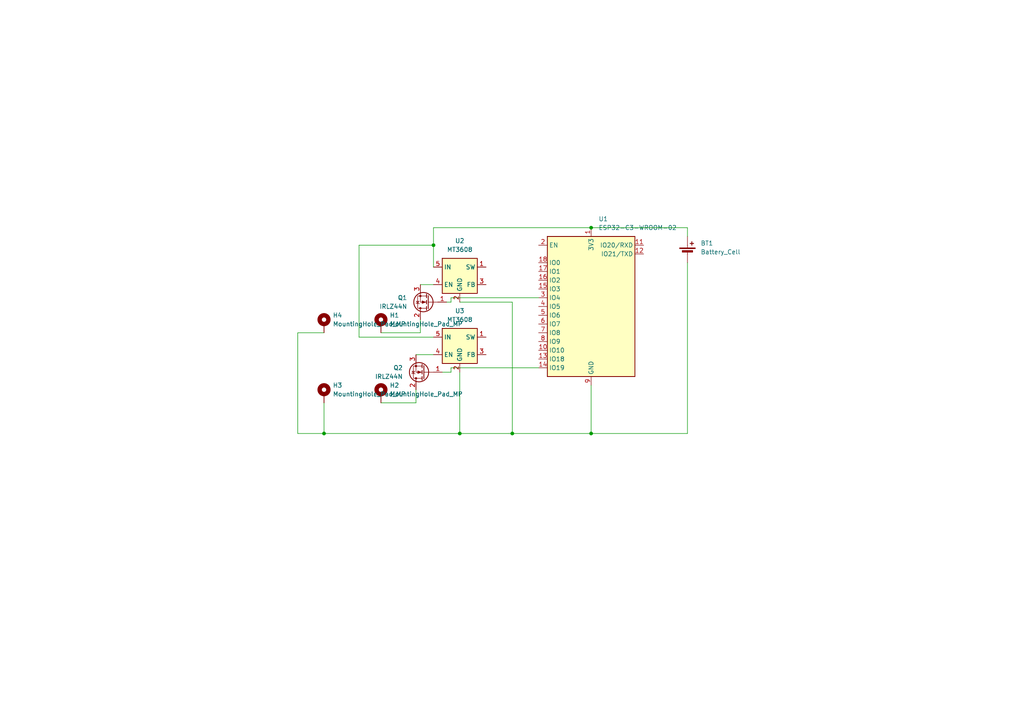
<source format=kicad_sch>
(kicad_sch (version 20250114) (generator "eeschema") (generator_version "9.0")
  (paper "A4")
  (lib_symbols
    (symbol "Device:Battery_Cell" (pin_numbers (hide yes)) (pin_names (offset 0) (hide yes))
      (property "Reference" "BT" (at 2.54 2.54 0))
      (property "Value" "Battery_Cell" (at 2.54 0 0))
      (symbol "Battery_Cell_0_1"
        (rectangle (start -2.286 1.778) (end 2.286 1.524) (fill (type outline)))
        (rectangle (start -1.524 1.016) (end 1.524 0.508) (fill (type outline)))
        (polyline (pts (xy 0 1.778) (xy 0 2.54)))
        (polyline (pts (xy 0 0.762) (xy 0 0)))
        (polyline (pts (xy 0.762 3.048) (xy 1.778 3.048)) (stroke (width 0.254)))
        (polyline (pts (xy 1.27 3.556) (xy 1.27 2.54)) (stroke (width 0.254)))
      )
      (symbol "Battery_Cell_1_1"
        (pin passive line (at 0 5.08 270) (length 2.54) (name "+") (number "1"))
        (pin passive line (at 0 -2.54 90) (length 2.54) (name "-") (number "2"))
      )
    )
    (symbol "Mechanical:MountingHole_Pad_MP" (pin_numbers (hide yes)) (pin_names (offset 1.016) (hide yes)) (in_bom no)
      (property "Reference" "H" (at 0 6.35 0))
      (property "Value" "MountingHole_Pad_MP" (at 0 4.445 0))
      (symbol "MountingHole_Pad_MP_0_1"
        (circle (center 0 1.27) (radius 1.27) (stroke (width 1.27)))
      )
      (symbol "MountingHole_Pad_MP_1_1"
        (pin input line (at 0 -2.54 90) (length 2.54) (name "MP") (number "MP"))
      )
    )
    (symbol "RF_Module:ESP32-C3-WROOM-02"
      (property "Reference" "U" (at -12.192 21.336 0))
      (property "Value" "ESP32-C3-WROOM-02" (at 12.192 21.336 0))
      (symbol "ESP32-C3-WROOM-02_1_1"
        (rectangle (start -12.7 20.32) (end 12.7 -20.32) (stroke (width 0.254)) (fill (type background)))
        (pin input line (at -15.24 17.78 0) (length 2.54) (name "EN") (number "2"))
        (pin bidirectional line (at -15.24 12.7 0) (length 2.54) (name "IO0") (number "18"))
        (pin bidirectional line (at -15.24 10.16 0) (length 2.54) (name "IO1") (number "17"))
        (pin bidirectional line (at -15.24 7.62 0) (length 2.54) (name "IO2") (number "16"))
        (pin bidirectional line (at -15.24 5.08 0) (length 2.54) (name "IO3") (number "15"))
        (pin bidirectional line (at -15.24 2.54 0) (length 2.54) (name "IO4") (number "3"))
        (pin bidirectional line (at -15.24 0 0) (length 2.54) (name "IO5") (number "4"))
        (pin bidirectional line (at -15.24 -2.54 0) (length 2.54) (name "IO6") (number "5"))
        (pin bidirectional line (at -15.24 -5.08 0) (length 2.54) (name "IO7") (number "6"))
        (pin bidirectional line (at -15.24 -7.62 0) (length 2.54) (name "IO8") (number "7"))
        (pin bidirectional line (at -15.24 -10.16 0) (length 2.54) (name "IO9") (number "8"))
        (pin bidirectional line (at -15.24 -12.7 0) (length 2.54) (name "IO10") (number "10"))
        (pin bidirectional line (at -15.24 -15.24 0) (length 2.54) (name "IO18") (number "13"))
        (pin bidirectional line (at -15.24 -17.78 0) (length 2.54) (name "IO19") (number "14"))
        (pin power_in line (at 0 22.86 270) (length 2.54) (name "3V3") (number "1"))
        (pin passive line (at 0 -22.86 90) (length 2.54) (hide yes) (name "GND") (number "19"))
        (pin power_in line (at 0 -22.86 90) (length 2.54) (name "GND") (number "9"))
        (pin bidirectional line (at 15.24 17.78 180) (length 2.54) (name "IO20/RXD") (number "11"))
        (pin bidirectional line (at 15.24 15.24 180) (length 2.54) (name "IO21/TXD") (number "12"))
      )
    )
    (symbol "Regulator_Switching:MT3608"
      (property "Reference" "U" (at -2.54 8.89 0))
      (property "Value" "MT3608" (at -3.81 6.35 0))
      (symbol "MT3608_0_1"
        (rectangle (start -5.08 5.08) (end 5.08 -5.08) (stroke (width 0.254)) (fill (type background)))
      )
      (symbol "MT3608_1_1"
        (pin power_in line (at -7.62 2.54 0) (length 2.54) (name "IN") (number "5"))
        (pin input line (at -7.62 -2.54 0) (length 2.54) (name "EN") (number "4"))
        (pin power_in line (at 0 -7.62 90) (length 2.54) (name "GND") (number "2"))
        (pin no_connect line (at 5.08 0 180) (length 2.54) (hide yes) (name "NC") (number "6"))
        (pin passive line (at 7.62 2.54 180) (length 2.54) (name "SW") (number "1"))
        (pin input line (at 7.62 -2.54 180) (length 2.54) (name "FB") (number "3"))
      )
    )
    (symbol "Transistor_FET:IRLZ44N" (pin_names (hide yes))
      (property "Reference" "Q" (at 5.08 1.905 0))
      (property "Value" "IRLZ44N" (at 5.08 0 0))
      (symbol "IRLZ44N_0_1"
        (polyline (pts (xy 0.254 1.905) (xy 0.254 -1.905)) (stroke (width 0.254)))
        (polyline (pts (xy 0.254 0) (xy -2.54 0)))
        (polyline (pts (xy 0.762 2.286) (xy 0.762 1.27)) (stroke (width 0.254)))
        (polyline (pts (xy 0.762 0.508) (xy 0.762 -0.508)) (stroke (width 0.254)))
        (polyline (pts (xy 0.762 -1.27) (xy 0.762 -2.286)) (stroke (width 0.254)))
        (polyline (pts (xy 0.762 -1.778) (xy 3.302 -1.778) (xy 3.302 1.778) (xy 0.762 1.778)))
        (polyline (pts (xy 1.016 0) (xy 2.032 0.381) (xy 2.032 -0.381) (xy 1.016 0)) (fill (type outline)))
        (circle (center 1.651 0) (radius 2.794) (stroke (width 0.254)))
        (polyline (pts (xy 2.54 2.54) (xy 2.54 1.778)))
        (circle (center 2.54 1.778) (radius 0.254) (fill (type outline)))
        (circle (center 2.54 -1.778) (radius 0.254) (fill (type outline)))
        (polyline (pts (xy 2.54 -2.54) (xy 2.54 0) (xy 0.762 0)))
        (polyline (pts (xy 2.794 0.508) (xy 2.921 0.381) (xy 3.683 0.381) (xy 3.81 0.254)))
        (polyline (pts (xy 3.302 0.381) (xy 2.921 -0.254) (xy 3.683 -0.254) (xy 3.302 0.381)))
      )
      (symbol "IRLZ44N_1_1"
        (pin input line (at -5.08 0 0) (length 2.54) (name "G") (number "1"))
        (pin passive line (at 2.54 5.08 270) (length 2.54) (name "D") (number "2"))
        (pin passive line (at 2.54 -5.08 90) (length 2.54) (name "S") (number "3"))
      )
    )
  )
  (junction (at 125.73 71.12))
  (junction (at 133.35 125.73))
  (junction (at 171.45 66.04))
  (junction (at 148.59 125.73))
  (junction (at 171.45 125.73))
  (junction (at 93.98 125.73))
  (wire (pts (xy 199.39 125.73) (xy 171.45 125.73)))
  (wire (pts (xy 133.35 107.95) (xy 133.35 125.73)))
  (wire (pts (xy 130.81 106.68) (xy 156.21 106.68)))
  (wire (pts (xy 104.14 71.12) (xy 125.73 71.12)))
  (wire (pts (xy 133.35 87.63) (xy 148.59 87.63)))
  (wire (pts (xy 133.35 125.73) (xy 148.59 125.73)))
  (wire (pts (xy 93.98 125.73) (xy 133.35 125.73)))
  (wire (pts (xy 120.65 116.84) (xy 120.65 113.03)))
  (wire (pts (xy 148.59 87.63) (xy 148.59 125.73)))
  (wire (pts (xy 125.73 66.04) (xy 171.45 66.04)))
  (wire (pts (xy 86.36 125.73) (xy 93.98 125.73)))
  (wire (pts (xy 128.27 107.95) (xy 130.81 107.95)))
  (wire (pts (xy 130.81 86.36) (xy 156.21 86.36)))
  (wire (pts (xy 86.36 96.52) (xy 86.36 125.73)))
  (wire (pts (xy 125.73 66.04) (xy 125.73 71.12)))
  (wire (pts (xy 199.39 76.2) (xy 199.39 125.73)))
  (wire (pts (xy 125.73 71.12) (xy 125.73 77.47)))
  (wire (pts (xy 129.54 87.63) (xy 130.81 87.63)))
  (wire (pts (xy 125.73 97.79) (xy 104.14 97.79)))
  (wire (pts (xy 171.45 125.73) (xy 171.45 111.76)))
  (wire (pts (xy 121.92 82.55) (xy 125.73 82.55)))
  (wire (pts (xy 110.49 116.84) (xy 120.65 116.84)))
  (wire (pts (xy 130.81 107.95) (xy 130.81 106.68)))
  (wire (pts (xy 130.81 87.63) (xy 130.81 86.36)))
  (wire (pts (xy 110.49 96.52) (xy 121.92 96.52)))
  (wire (pts (xy 121.92 96.52) (xy 121.92 92.71)))
  (wire (pts (xy 120.65 102.87) (xy 125.73 102.87)))
  (wire (pts (xy 104.14 97.79) (xy 104.14 71.12)))
  (wire (pts (xy 199.39 68.58) (xy 199.39 66.04)))
  (wire (pts (xy 148.59 125.73) (xy 171.45 125.73)))
  (wire (pts (xy 171.45 66.04) (xy 199.39 66.04)))
  (wire (pts (xy 93.98 96.52) (xy 86.36 96.52)))
  (wire (pts (xy 93.98 116.84) (xy 93.98 125.73)))
  (symbol (lib_id "Device:Battery_Cell") (at 199.39 73.66 0) (unit 1)
    (property "Reference" "BT1" (at 203.2 70.5484 0) (effects (justify left)))
    (property "Value" "Battery_Cell" (at 203.2 73.0884 0) (effects (justify left)))
    (property "Description" "Single-cell battery" (effects (hide yes)))
  )
  (symbol (lib_id "Transistor_FET:IRLZ44N") (at 123.19 107.95 180) (unit 1)
    (property "Reference" "Q2" (at 116.84 106.6799 0) (effects (justify left)))
    (property "Value" "IRLZ44N" (at 116.84 109.2199 0) (effects (justify left)))
    (property "Footprint" "Package_TO_SOT_THT:TO-220-3_Vertical" (effects (hide yes)))
    (property "Datasheet" "http://www.irf.com/product-info/datasheets/data/irlz44n.pdf" (effects (hide yes)))
    (property "Description" "47A Id, 55V Vds, 22mOhm Rds Single N-Channel HEXFET Power MOSFET, TO-220AB" (effects (hide yes)))
  )
  (symbol (lib_id "Mechanical:MountingHole_Pad_MP") (at 110.49 93.98 0) (unit 1) (in_bom no)
    (property "Reference" "H1" (at 113.03 91.4399 0) (effects (justify left)))
    (property "Value" "MountingHole_Pad_MP" (at 113.03 93.9799 0) (effects (justify left)))
    (property "Description" "Mounting Hole with connection as pad named MP" (effects (hide yes)))
  )
  (symbol (lib_id "Regulator_Switching:MT3608") (at 133.35 100.33 0) (unit 1)
    (property "Reference" "U3" (at 133.35 90.17 0))
    (property "Value" "MT3608" (at 133.35 92.71 0))
    (property "Footprint" "Package_TO_SOT_SMD:SOT-23-6" (effects (hide yes)))
    (property "Datasheet" "https://www.olimex.com/Products/Breadboarding/BB-PWR-3608/resources/MT3608.pdf" (effects (hide yes)))
    (property "Description" "High Efficiency 1.2MHz 2A Step Up Converter, 2-24V Vin, 28V Vout, 4A current limit, 1.2MHz, SOT23-6" (effects (hide yes)))
  )
  (symbol (lib_id "RF_Module:ESP32-C3-WROOM-02") (at 171.45 88.9 0) (unit 1)
    (property "Reference" "U1" (at 173.5933 63.5 0) (effects (justify left)))
    (property "Value" "ESP32-C3-WROOM-02" (at 173.5933 66.04 0) (effects (justify left)))
    (property "Footprint" "RF_Module:ESP32-C3-WROOM-02" (effects (hide yes)))
    (property "Datasheet" "https://www.espressif.com/sites/default/files/documentation/esp32-c3-wroom-02_datasheet_en.pdf" (effects (hide yes)))
    (property "Description" "802.11 b/g/n Wi­Fi and Bluetooth 5 module, ESP32­C3 SoC, RISC­V microprocessor, On-board antenna" (effects (hide yes)))
  )
  (symbol (lib_id "Mechanical:MountingHole_Pad_MP") (at 110.49 114.3 0) (unit 1) (in_bom no)
    (property "Reference" "H2" (at 113.03 111.7599 0) (effects (justify left)))
    (property "Value" "MountingHole_Pad_MP" (at 113.03 114.2999 0) (effects (justify left)))
    (property "Description" "Mounting Hole with connection as pad named MP" (effects (hide yes)))
  )
  (symbol (lib_id "Mechanical:MountingHole_Pad_MP") (at 93.98 93.98 0) (unit 1) (in_bom no)
    (property "Reference" "H4" (at 96.52 91.4399 0) (effects (justify left)))
    (property "Value" "MountingHole_Pad_MP" (at 96.52 93.9799 0) (effects (justify left)))
    (property "Description" "Mounting Hole with connection as pad named MP" (effects (hide yes)))
  )
  (symbol (lib_id "Transistor_FET:IRLZ44N") (at 124.46 87.63 180) (unit 1)
    (property "Reference" "Q1" (at 118.11 86.3599 0) (effects (justify left)))
    (property "Value" "IRLZ44N" (at 118.11 88.8999 0) (effects (justify left)))
    (property "Footprint" "Package_TO_SOT_THT:TO-220-3_Vertical" (effects (hide yes)))
    (property "Datasheet" "http://www.irf.com/product-info/datasheets/data/irlz44n.pdf" (effects (hide yes)))
    (property "Description" "47A Id, 55V Vds, 22mOhm Rds Single N-Channel HEXFET Power MOSFET, TO-220AB" (effects (hide yes)))
  )
  (symbol (lib_id "Regulator_Switching:MT3608") (at 133.35 80.01 0) (unit 1)
    (property "Reference" "U2" (at 133.35 69.85 0))
    (property "Value" "MT3608" (at 133.35 72.39 0))
    (property "Footprint" "Package_TO_SOT_SMD:SOT-23-6" (effects (hide yes)))
    (property "Datasheet" "https://www.olimex.com/Products/Breadboarding/BB-PWR-3608/resources/MT3608.pdf" (effects (hide yes)))
    (property "Description" "High Efficiency 1.2MHz 2A Step Up Converter, 2-24V Vin, 28V Vout, 4A current limit, 1.2MHz, SOT23-6" (effects (hide yes)))
  )
  (symbol (lib_id "Mechanical:MountingHole_Pad_MP") (at 93.98 114.3 0) (unit 1) (in_bom no)
    (property "Reference" "H3" (at 96.52 111.7599 0) (effects (justify left)))
    (property "Value" "MountingHole_Pad_MP" (at 96.52 114.2999 0) (effects (justify left)))
    (property "Description" "Mounting Hole with connection as pad named MP" (effects (hide yes)))
  )
)
</source>
